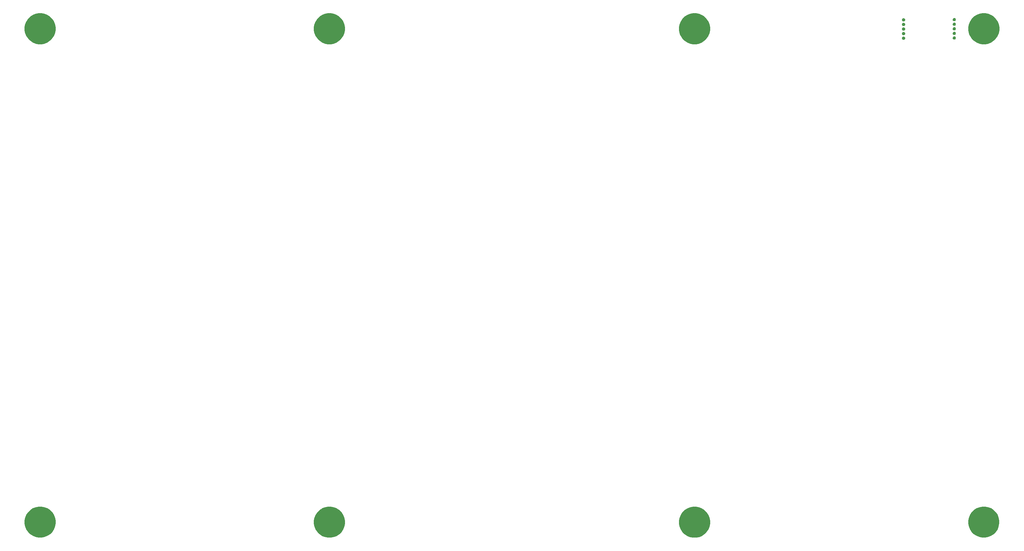
<source format=gbr>
G04 #@! TF.GenerationSoftware,KiCad,Pcbnew,5.1.6*
G04 #@! TF.CreationDate,2020-06-22T06:55:26+02:00*
G04 #@! TF.ProjectId,punk75_inner,70756e6b-3735-45f6-996e-6e65722e6b69,rev?*
G04 #@! TF.SameCoordinates,Original*
G04 #@! TF.FileFunction,Soldermask,Top*
G04 #@! TF.FilePolarity,Negative*
%FSLAX46Y46*%
G04 Gerber Fmt 4.6, Leading zero omitted, Abs format (unit mm)*
G04 Created by KiCad (PCBNEW 5.1.6) date 2020-06-22 06:55:26*
%MOMM*%
%LPD*%
G01*
G04 APERTURE LIST*
%ADD10C,0.100000*%
G04 APERTURE END LIST*
D10*
G36*
X274004554Y-231994284D02*
G01*
X274763146Y-232308503D01*
X274787288Y-232318503D01*
X275491728Y-232789195D01*
X276090805Y-233388272D01*
X276561497Y-234092712D01*
X276561498Y-234092714D01*
X276885716Y-234875446D01*
X277051000Y-235706387D01*
X277051000Y-236553613D01*
X276885716Y-237384554D01*
X276885715Y-237384556D01*
X276561497Y-238167288D01*
X276090805Y-238871728D01*
X275491728Y-239470805D01*
X274787288Y-239941497D01*
X274787287Y-239941498D01*
X274787286Y-239941498D01*
X274004554Y-240265716D01*
X273173613Y-240431000D01*
X272326387Y-240431000D01*
X271495446Y-240265716D01*
X270712714Y-239941498D01*
X270712713Y-239941498D01*
X270712712Y-239941497D01*
X270008272Y-239470805D01*
X269409195Y-238871728D01*
X268938503Y-238167288D01*
X268614285Y-237384556D01*
X268614284Y-237384554D01*
X268449000Y-236553613D01*
X268449000Y-235706387D01*
X268614284Y-234875446D01*
X268938502Y-234092714D01*
X268938503Y-234092712D01*
X269409195Y-233388272D01*
X270008272Y-232789195D01*
X270712712Y-232318503D01*
X270736854Y-232308503D01*
X271495446Y-231994284D01*
X272326387Y-231829000D01*
X273173613Y-231829000D01*
X274004554Y-231994284D01*
G37*
G36*
X173024554Y-231984284D02*
G01*
X173783146Y-232298503D01*
X173807288Y-232308503D01*
X174511728Y-232779195D01*
X175110805Y-233378272D01*
X175581497Y-234082712D01*
X175581498Y-234082714D01*
X175905716Y-234865446D01*
X176071000Y-235696387D01*
X176071000Y-236543613D01*
X175905716Y-237374554D01*
X175905715Y-237374556D01*
X175581497Y-238157288D01*
X175110805Y-238861728D01*
X174511728Y-239460805D01*
X173807288Y-239931497D01*
X173807287Y-239931498D01*
X173807286Y-239931498D01*
X173024554Y-240255716D01*
X172193613Y-240421000D01*
X171346387Y-240421000D01*
X170515446Y-240255716D01*
X169732714Y-239931498D01*
X169732713Y-239931498D01*
X169732712Y-239931497D01*
X169028272Y-239460805D01*
X168429195Y-238861728D01*
X167958503Y-238157288D01*
X167634285Y-237374556D01*
X167634284Y-237374554D01*
X167469000Y-236543613D01*
X167469000Y-235696387D01*
X167634284Y-234865446D01*
X167958502Y-234082714D01*
X167958503Y-234082712D01*
X168429195Y-233378272D01*
X169028272Y-232779195D01*
X169732712Y-232308503D01*
X169756854Y-232298503D01*
X170515446Y-231984284D01*
X171346387Y-231819000D01*
X172193613Y-231819000D01*
X173024554Y-231984284D01*
G37*
G36*
X353994554Y-231974284D02*
G01*
X354777286Y-232298502D01*
X354777288Y-232298503D01*
X355481728Y-232769195D01*
X356080805Y-233368272D01*
X356094169Y-233388273D01*
X356551498Y-234072714D01*
X356875716Y-234855446D01*
X357041000Y-235686387D01*
X357041000Y-236533613D01*
X356875716Y-237364554D01*
X356875715Y-237364556D01*
X356551497Y-238147288D01*
X356080805Y-238851728D01*
X355481728Y-239450805D01*
X354777288Y-239921497D01*
X354777287Y-239921498D01*
X354777286Y-239921498D01*
X353994554Y-240245716D01*
X353163613Y-240411000D01*
X352316387Y-240411000D01*
X351485446Y-240245716D01*
X350702714Y-239921498D01*
X350702713Y-239921498D01*
X350702712Y-239921497D01*
X349998272Y-239450805D01*
X349399195Y-238851728D01*
X348928503Y-238147288D01*
X348604285Y-237364556D01*
X348604284Y-237364554D01*
X348439000Y-236533613D01*
X348439000Y-235686387D01*
X348604284Y-234855446D01*
X348928502Y-234072714D01*
X349385831Y-233388273D01*
X349399195Y-233368272D01*
X349998272Y-232769195D01*
X350702712Y-232298503D01*
X350702714Y-232298502D01*
X351485446Y-231974284D01*
X352316387Y-231809000D01*
X353163613Y-231809000D01*
X353994554Y-231974284D01*
G37*
G36*
X93014554Y-231974284D02*
G01*
X93797286Y-232298502D01*
X93797288Y-232298503D01*
X94501728Y-232769195D01*
X95100805Y-233368272D01*
X95114169Y-233388273D01*
X95571498Y-234072714D01*
X95895716Y-234855446D01*
X96061000Y-235686387D01*
X96061000Y-236533613D01*
X95895716Y-237364554D01*
X95895715Y-237364556D01*
X95571497Y-238147288D01*
X95100805Y-238851728D01*
X94501728Y-239450805D01*
X93797288Y-239921497D01*
X93797287Y-239921498D01*
X93797286Y-239921498D01*
X93014554Y-240245716D01*
X92183613Y-240411000D01*
X91336387Y-240411000D01*
X90505446Y-240245716D01*
X89722714Y-239921498D01*
X89722713Y-239921498D01*
X89722712Y-239921497D01*
X89018272Y-239450805D01*
X88419195Y-238851728D01*
X87948503Y-238147288D01*
X87624285Y-237364556D01*
X87624284Y-237364554D01*
X87459000Y-236533613D01*
X87459000Y-235686387D01*
X87624284Y-234855446D01*
X87948502Y-234072714D01*
X88405831Y-233388273D01*
X88419195Y-233368272D01*
X89018272Y-232769195D01*
X89722712Y-232298503D01*
X89722714Y-232298502D01*
X90505446Y-231974284D01*
X91336387Y-231809000D01*
X92183613Y-231809000D01*
X93014554Y-231974284D01*
G37*
G36*
X354004554Y-95364284D02*
G01*
X354739004Y-95668503D01*
X354787288Y-95688503D01*
X355491728Y-96159195D01*
X356090805Y-96758272D01*
X356556752Y-97455611D01*
X356561498Y-97462714D01*
X356885716Y-98245446D01*
X357051000Y-99076387D01*
X357051000Y-99923613D01*
X356885716Y-100754554D01*
X356674029Y-101265611D01*
X356561497Y-101537288D01*
X356090805Y-102241728D01*
X355491728Y-102840805D01*
X354787288Y-103311497D01*
X354787287Y-103311498D01*
X354787286Y-103311498D01*
X354004554Y-103635716D01*
X353173613Y-103801000D01*
X352326387Y-103801000D01*
X351495446Y-103635716D01*
X350712714Y-103311498D01*
X350712713Y-103311498D01*
X350712712Y-103311497D01*
X350008272Y-102840805D01*
X349409195Y-102241728D01*
X348938503Y-101537288D01*
X348825971Y-101265611D01*
X348614284Y-100754554D01*
X348449000Y-99923613D01*
X348449000Y-99076387D01*
X348614284Y-98245446D01*
X348938502Y-97462714D01*
X348943248Y-97455611D01*
X349409195Y-96758272D01*
X350008272Y-96159195D01*
X350712712Y-95688503D01*
X350760996Y-95668503D01*
X351495446Y-95364284D01*
X352326387Y-95199000D01*
X353173613Y-95199000D01*
X354004554Y-95364284D01*
G37*
G36*
X274004554Y-95364284D02*
G01*
X274739004Y-95668503D01*
X274787288Y-95688503D01*
X275491728Y-96159195D01*
X276090805Y-96758272D01*
X276556752Y-97455611D01*
X276561498Y-97462714D01*
X276885716Y-98245446D01*
X277051000Y-99076387D01*
X277051000Y-99923613D01*
X276885716Y-100754554D01*
X276674029Y-101265611D01*
X276561497Y-101537288D01*
X276090805Y-102241728D01*
X275491728Y-102840805D01*
X274787288Y-103311497D01*
X274787287Y-103311498D01*
X274787286Y-103311498D01*
X274004554Y-103635716D01*
X273173613Y-103801000D01*
X272326387Y-103801000D01*
X271495446Y-103635716D01*
X270712714Y-103311498D01*
X270712713Y-103311498D01*
X270712712Y-103311497D01*
X270008272Y-102840805D01*
X269409195Y-102241728D01*
X268938503Y-101537288D01*
X268825971Y-101265611D01*
X268614284Y-100754554D01*
X268449000Y-99923613D01*
X268449000Y-99076387D01*
X268614284Y-98245446D01*
X268938502Y-97462714D01*
X268943248Y-97455611D01*
X269409195Y-96758272D01*
X270008272Y-96159195D01*
X270712712Y-95688503D01*
X270760996Y-95668503D01*
X271495446Y-95364284D01*
X272326387Y-95199000D01*
X273173613Y-95199000D01*
X274004554Y-95364284D01*
G37*
G36*
X173014554Y-95344284D02*
G01*
X173797286Y-95668502D01*
X173797288Y-95668503D01*
X174501728Y-96139195D01*
X175100805Y-96738272D01*
X175525198Y-97373421D01*
X175571498Y-97442714D01*
X175895716Y-98225446D01*
X176061000Y-99056387D01*
X176061000Y-99903613D01*
X175895716Y-100734554D01*
X175571498Y-101517286D01*
X175571497Y-101517288D01*
X175100805Y-102221728D01*
X174501728Y-102820805D01*
X173797288Y-103291497D01*
X173797287Y-103291498D01*
X173797286Y-103291498D01*
X173014554Y-103615716D01*
X172183613Y-103781000D01*
X171336387Y-103781000D01*
X170505446Y-103615716D01*
X169722714Y-103291498D01*
X169722713Y-103291498D01*
X169722712Y-103291497D01*
X169018272Y-102820805D01*
X168419195Y-102221728D01*
X167948503Y-101517288D01*
X167948502Y-101517286D01*
X167624284Y-100734554D01*
X167459000Y-99903613D01*
X167459000Y-99056387D01*
X167624284Y-98225446D01*
X167948502Y-97442714D01*
X167994802Y-97373421D01*
X168419195Y-96738272D01*
X169018272Y-96139195D01*
X169722712Y-95668503D01*
X169722714Y-95668502D01*
X170505446Y-95344284D01*
X171336387Y-95179000D01*
X172183613Y-95179000D01*
X173014554Y-95344284D01*
G37*
G36*
X93004554Y-95344284D02*
G01*
X93787286Y-95668502D01*
X93787288Y-95668503D01*
X94491728Y-96139195D01*
X95090805Y-96738272D01*
X95515198Y-97373421D01*
X95561498Y-97442714D01*
X95885716Y-98225446D01*
X96051000Y-99056387D01*
X96051000Y-99903613D01*
X95885716Y-100734554D01*
X95561498Y-101517286D01*
X95561497Y-101517288D01*
X95090805Y-102221728D01*
X94491728Y-102820805D01*
X93787288Y-103291497D01*
X93787287Y-103291498D01*
X93787286Y-103291498D01*
X93004554Y-103615716D01*
X92173613Y-103781000D01*
X91326387Y-103781000D01*
X90495446Y-103615716D01*
X89712714Y-103291498D01*
X89712713Y-103291498D01*
X89712712Y-103291497D01*
X89008272Y-102820805D01*
X88409195Y-102221728D01*
X87938503Y-101517288D01*
X87938502Y-101517286D01*
X87614284Y-100734554D01*
X87449000Y-99903613D01*
X87449000Y-99056387D01*
X87614284Y-98225446D01*
X87938502Y-97442714D01*
X87984802Y-97373421D01*
X88409195Y-96738272D01*
X89008272Y-96139195D01*
X89712712Y-95668503D01*
X89712714Y-95668502D01*
X90495446Y-95344284D01*
X91326387Y-95179000D01*
X92173613Y-95179000D01*
X93004554Y-95344284D01*
G37*
G36*
X330685314Y-101680389D02*
G01*
X330766245Y-101713912D01*
X330839080Y-101762579D01*
X330901021Y-101824520D01*
X330949688Y-101897355D01*
X330949689Y-101897357D01*
X330983211Y-101978286D01*
X331000300Y-102064199D01*
X331000300Y-102151801D01*
X330986391Y-102221727D01*
X330983211Y-102237714D01*
X330949688Y-102318645D01*
X330901021Y-102391480D01*
X330839080Y-102453421D01*
X330766245Y-102502088D01*
X330766244Y-102502089D01*
X330766243Y-102502089D01*
X330685314Y-102535611D01*
X330599401Y-102552700D01*
X330511799Y-102552700D01*
X330425886Y-102535611D01*
X330344957Y-102502089D01*
X330344956Y-102502089D01*
X330344955Y-102502088D01*
X330272120Y-102453421D01*
X330210179Y-102391480D01*
X330161512Y-102318645D01*
X330127989Y-102237714D01*
X330124809Y-102221727D01*
X330110900Y-102151801D01*
X330110900Y-102064199D01*
X330127989Y-101978286D01*
X330161511Y-101897357D01*
X330161512Y-101897355D01*
X330210179Y-101824520D01*
X330272120Y-101762579D01*
X330344955Y-101713912D01*
X330425886Y-101680389D01*
X330511799Y-101663300D01*
X330599401Y-101663300D01*
X330685314Y-101680389D01*
G37*
G36*
X344706114Y-101629589D02*
G01*
X344787045Y-101663112D01*
X344859880Y-101711779D01*
X344921821Y-101773720D01*
X344955766Y-101824522D01*
X344970489Y-101846557D01*
X345004011Y-101927486D01*
X345021100Y-102013399D01*
X345021100Y-102101001D01*
X345004011Y-102186914D01*
X344989591Y-102221728D01*
X344970488Y-102267845D01*
X344921821Y-102340680D01*
X344859880Y-102402621D01*
X344787045Y-102451288D01*
X344787044Y-102451289D01*
X344787043Y-102451289D01*
X344706114Y-102484811D01*
X344620201Y-102501900D01*
X344532599Y-102501900D01*
X344446686Y-102484811D01*
X344365757Y-102451289D01*
X344365756Y-102451289D01*
X344365755Y-102451288D01*
X344292920Y-102402621D01*
X344230979Y-102340680D01*
X344182312Y-102267845D01*
X344163210Y-102221728D01*
X344148789Y-102186914D01*
X344131700Y-102101001D01*
X344131700Y-102013399D01*
X344148789Y-101927486D01*
X344182311Y-101846557D01*
X344197034Y-101824522D01*
X344230979Y-101773720D01*
X344292920Y-101711779D01*
X344365755Y-101663112D01*
X344446686Y-101629589D01*
X344532599Y-101612500D01*
X344620201Y-101612500D01*
X344706114Y-101629589D01*
G37*
G36*
X330685314Y-100410389D02*
G01*
X330766245Y-100443912D01*
X330839080Y-100492579D01*
X330901021Y-100554520D01*
X330949688Y-100627355D01*
X330949689Y-100627357D01*
X330983211Y-100708286D01*
X331000300Y-100794199D01*
X331000300Y-100881801D01*
X330983211Y-100967714D01*
X330949688Y-101048645D01*
X330901021Y-101121480D01*
X330839080Y-101183421D01*
X330766245Y-101232088D01*
X330766244Y-101232089D01*
X330766243Y-101232089D01*
X330685314Y-101265611D01*
X330599401Y-101282700D01*
X330511799Y-101282700D01*
X330425886Y-101265611D01*
X330344957Y-101232089D01*
X330344956Y-101232089D01*
X330344955Y-101232088D01*
X330272120Y-101183421D01*
X330210179Y-101121480D01*
X330161512Y-101048645D01*
X330127989Y-100967714D01*
X330110900Y-100881801D01*
X330110900Y-100794199D01*
X330127989Y-100708286D01*
X330161511Y-100627357D01*
X330161512Y-100627355D01*
X330210179Y-100554520D01*
X330272120Y-100492579D01*
X330344955Y-100443912D01*
X330425886Y-100410389D01*
X330511799Y-100393300D01*
X330599401Y-100393300D01*
X330685314Y-100410389D01*
G37*
G36*
X344706114Y-100359589D02*
G01*
X344787045Y-100393112D01*
X344859880Y-100441779D01*
X344921821Y-100503720D01*
X344955766Y-100554522D01*
X344970489Y-100576557D01*
X345004011Y-100657486D01*
X345019341Y-100734554D01*
X345021100Y-100743401D01*
X345021100Y-100830999D01*
X345004011Y-100916914D01*
X344970488Y-100997845D01*
X344921821Y-101070680D01*
X344859880Y-101132621D01*
X344787045Y-101181288D01*
X344787044Y-101181289D01*
X344787043Y-101181289D01*
X344706114Y-101214811D01*
X344620201Y-101231900D01*
X344532599Y-101231900D01*
X344446686Y-101214811D01*
X344365757Y-101181289D01*
X344365756Y-101181289D01*
X344365755Y-101181288D01*
X344292920Y-101132621D01*
X344230979Y-101070680D01*
X344182312Y-100997845D01*
X344148789Y-100916914D01*
X344131700Y-100830999D01*
X344131700Y-100743401D01*
X344133460Y-100734554D01*
X344148789Y-100657486D01*
X344182311Y-100576557D01*
X344197034Y-100554522D01*
X344230979Y-100503720D01*
X344292920Y-100441779D01*
X344365755Y-100393112D01*
X344446686Y-100359589D01*
X344532599Y-100342500D01*
X344620201Y-100342500D01*
X344706114Y-100359589D01*
G37*
G36*
X330685314Y-99140389D02*
G01*
X330766245Y-99173912D01*
X330839080Y-99222579D01*
X330901021Y-99284520D01*
X330949688Y-99357355D01*
X330949689Y-99357357D01*
X330983211Y-99438286D01*
X331000300Y-99524199D01*
X331000300Y-99611801D01*
X330983211Y-99697714D01*
X330949688Y-99778645D01*
X330901021Y-99851480D01*
X330839080Y-99913421D01*
X330766245Y-99962088D01*
X330766244Y-99962089D01*
X330766243Y-99962089D01*
X330685314Y-99995611D01*
X330599401Y-100012700D01*
X330511799Y-100012700D01*
X330425886Y-99995611D01*
X330344957Y-99962089D01*
X330344956Y-99962089D01*
X330344955Y-99962088D01*
X330272120Y-99913421D01*
X330210179Y-99851480D01*
X330161512Y-99778645D01*
X330127989Y-99697714D01*
X330110900Y-99611801D01*
X330110900Y-99524199D01*
X330127989Y-99438286D01*
X330161511Y-99357357D01*
X330161512Y-99357355D01*
X330210179Y-99284520D01*
X330272120Y-99222579D01*
X330344955Y-99173912D01*
X330425886Y-99140389D01*
X330511799Y-99123300D01*
X330599401Y-99123300D01*
X330685314Y-99140389D01*
G37*
G36*
X344706114Y-99089589D02*
G01*
X344787045Y-99123112D01*
X344859880Y-99171779D01*
X344921821Y-99233720D01*
X344955766Y-99284522D01*
X344970489Y-99306557D01*
X345004011Y-99387486D01*
X345014116Y-99438286D01*
X345021100Y-99473401D01*
X345021100Y-99560999D01*
X345004011Y-99646914D01*
X344970488Y-99727845D01*
X344921821Y-99800680D01*
X344859880Y-99862621D01*
X344787045Y-99911288D01*
X344787044Y-99911289D01*
X344787043Y-99911289D01*
X344706114Y-99944811D01*
X344620201Y-99961900D01*
X344532599Y-99961900D01*
X344446686Y-99944811D01*
X344365757Y-99911289D01*
X344365756Y-99911289D01*
X344365755Y-99911288D01*
X344292920Y-99862621D01*
X344230979Y-99800680D01*
X344182312Y-99727845D01*
X344148789Y-99646914D01*
X344131700Y-99560999D01*
X344131700Y-99473401D01*
X344138685Y-99438286D01*
X344148789Y-99387486D01*
X344182311Y-99306557D01*
X344197034Y-99284522D01*
X344230979Y-99233720D01*
X344292920Y-99171779D01*
X344365755Y-99123112D01*
X344446686Y-99089589D01*
X344532599Y-99072500D01*
X344620201Y-99072500D01*
X344706114Y-99089589D01*
G37*
G36*
X330685314Y-97870389D02*
G01*
X330766245Y-97903912D01*
X330839080Y-97952579D01*
X330901021Y-98014520D01*
X330949688Y-98087355D01*
X330949689Y-98087357D01*
X330983211Y-98168286D01*
X331000300Y-98254199D01*
X331000300Y-98341801D01*
X330983211Y-98427714D01*
X330949688Y-98508645D01*
X330901021Y-98581480D01*
X330839080Y-98643421D01*
X330766245Y-98692088D01*
X330766244Y-98692089D01*
X330766243Y-98692089D01*
X330685314Y-98725611D01*
X330599401Y-98742700D01*
X330511799Y-98742700D01*
X330425886Y-98725611D01*
X330344957Y-98692089D01*
X330344956Y-98692089D01*
X330344955Y-98692088D01*
X330272120Y-98643421D01*
X330210179Y-98581480D01*
X330161512Y-98508645D01*
X330127989Y-98427714D01*
X330110900Y-98341801D01*
X330110900Y-98254199D01*
X330127989Y-98168286D01*
X330161511Y-98087357D01*
X330161512Y-98087355D01*
X330210179Y-98014520D01*
X330272120Y-97952579D01*
X330344955Y-97903912D01*
X330425886Y-97870389D01*
X330511799Y-97853300D01*
X330599401Y-97853300D01*
X330685314Y-97870389D01*
G37*
G36*
X344706114Y-97819589D02*
G01*
X344787045Y-97853112D01*
X344859880Y-97901779D01*
X344921821Y-97963720D01*
X344955766Y-98014522D01*
X344970489Y-98036557D01*
X345004011Y-98117486D01*
X345014116Y-98168286D01*
X345021100Y-98203401D01*
X345021100Y-98290999D01*
X345004011Y-98376914D01*
X344970488Y-98457845D01*
X344921821Y-98530680D01*
X344859880Y-98592621D01*
X344787045Y-98641288D01*
X344787044Y-98641289D01*
X344787043Y-98641289D01*
X344706114Y-98674811D01*
X344620201Y-98691900D01*
X344532599Y-98691900D01*
X344446686Y-98674811D01*
X344365757Y-98641289D01*
X344365756Y-98641289D01*
X344365755Y-98641288D01*
X344292920Y-98592621D01*
X344230979Y-98530680D01*
X344182312Y-98457845D01*
X344148789Y-98376914D01*
X344131700Y-98290999D01*
X344131700Y-98203401D01*
X344138685Y-98168286D01*
X344148789Y-98117486D01*
X344182311Y-98036557D01*
X344197034Y-98014522D01*
X344230979Y-97963720D01*
X344292920Y-97901779D01*
X344365755Y-97853112D01*
X344446686Y-97819589D01*
X344532599Y-97802500D01*
X344620201Y-97802500D01*
X344706114Y-97819589D01*
G37*
G36*
X330685314Y-96600389D02*
G01*
X330766245Y-96633912D01*
X330839080Y-96682579D01*
X330901021Y-96744520D01*
X330949688Y-96817355D01*
X330949689Y-96817357D01*
X330983211Y-96898286D01*
X331000300Y-96984199D01*
X331000300Y-97071801D01*
X330983211Y-97157714D01*
X330949688Y-97238645D01*
X330901021Y-97311480D01*
X330839080Y-97373421D01*
X330766245Y-97422088D01*
X330766244Y-97422089D01*
X330766243Y-97422089D01*
X330685314Y-97455611D01*
X330599401Y-97472700D01*
X330511799Y-97472700D01*
X330425886Y-97455611D01*
X330344957Y-97422089D01*
X330344956Y-97422089D01*
X330344955Y-97422088D01*
X330272120Y-97373421D01*
X330210179Y-97311480D01*
X330161512Y-97238645D01*
X330127989Y-97157714D01*
X330110900Y-97071801D01*
X330110900Y-96984199D01*
X330127989Y-96898286D01*
X330161511Y-96817357D01*
X330161512Y-96817355D01*
X330210179Y-96744520D01*
X330272120Y-96682579D01*
X330344955Y-96633912D01*
X330425886Y-96600389D01*
X330511799Y-96583300D01*
X330599401Y-96583300D01*
X330685314Y-96600389D01*
G37*
G36*
X344706114Y-96549589D02*
G01*
X344787045Y-96583112D01*
X344859880Y-96631779D01*
X344921821Y-96693720D01*
X344955766Y-96744522D01*
X344970489Y-96766557D01*
X345004011Y-96847486D01*
X345014116Y-96898286D01*
X345021100Y-96933401D01*
X345021100Y-97020999D01*
X345004011Y-97106914D01*
X344970488Y-97187845D01*
X344921821Y-97260680D01*
X344859880Y-97322621D01*
X344787045Y-97371288D01*
X344787044Y-97371289D01*
X344787043Y-97371289D01*
X344706114Y-97404811D01*
X344620201Y-97421900D01*
X344532599Y-97421900D01*
X344446686Y-97404811D01*
X344365757Y-97371289D01*
X344365756Y-97371289D01*
X344365755Y-97371288D01*
X344292920Y-97322621D01*
X344230979Y-97260680D01*
X344182312Y-97187845D01*
X344148789Y-97106914D01*
X344131700Y-97020999D01*
X344131700Y-96933401D01*
X344138685Y-96898286D01*
X344148789Y-96847486D01*
X344182311Y-96766557D01*
X344197034Y-96744522D01*
X344230979Y-96693720D01*
X344292920Y-96631779D01*
X344365755Y-96583112D01*
X344446686Y-96549589D01*
X344532599Y-96532500D01*
X344620201Y-96532500D01*
X344706114Y-96549589D01*
G37*
M02*

</source>
